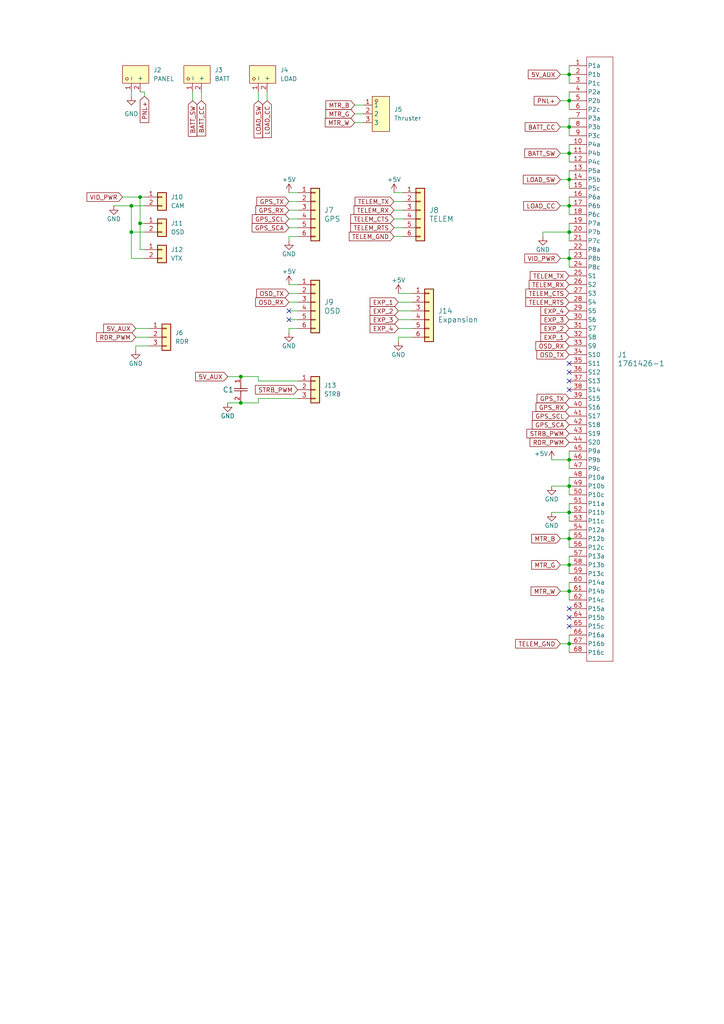
<source format=kicad_sch>
(kicad_sch (version 20231120) (generator "eeschema") (generator_version "8.0")
  (paper "A4" portrait)
  (lib_symbols
    (symbol "16PK4700MEFC12_5X25:16PK4700MEFC12.5X25" (pin_names (offset 0.254))
      (property "Reference" "C" (at 3.81 3.81 0))
      (property "Value" "16PK4700MEFC12.5X25" (at 3.81 -3.81 0))
      (symbol "16PK4700MEFC12.5X25_1_1"
        (polyline (pts (xy 2.54 0) (xy 3.4798 0)) (stroke (width 0.2032)))
        (polyline (pts (xy 3.4798 -1.905) (xy 3.4798 1.905)) (stroke (width 0.2032)))
        (polyline (pts (xy 4.1148 -1.905) (xy 4.1148 1.905)) (stroke (width 0.2032)))
        (polyline (pts (xy 4.1148 0) (xy 5.08 0)) (stroke (width 0.2032)))
        (pin unspecified line (at 0 0 0) (length 2.54) (name "") (number "1"))
        (pin unspecified line (at 7.62 0 180) (length 2.54) (name "") (number "2"))
      )
      (symbol "16PK4700MEFC12.5X25_1_2"
        (polyline (pts (xy -1.905 -4.1148) (xy 1.905 -4.1148)) (stroke (width 0.2032)))
        (polyline (pts (xy -1.905 -3.4798) (xy 1.905 -3.4798)) (stroke (width 0.2032)))
        (polyline (pts (xy 0 -4.1148) (xy 0 -5.08)) (stroke (width 0.2032)))
        (polyline (pts (xy 0 -2.54) (xy 0 -3.4798)) (stroke (width 0.2032)))
        (pin unspecified line (at 0 0 270) (length 2.54) (name "") (number "1"))
        (pin unspecified line (at 0 -7.62 90) (length 2.54) (name "") (number "2"))
      )
    )
    (symbol "1761426_3:1761426-1" (pin_names (offset 0.254))
      (property "Reference" "J" (at 8.89 6.35 0))
      (property "Value" "1761426-1" (at 0 3.81 0))
      (symbol "1761426-1_1_1"
        (polyline (pts (xy 5.08 -172.72) (xy 12.7 -172.72)) (stroke (width 0.127)))
        (polyline (pts (xy 5.08 2.54) (xy 5.08 -172.72)) (stroke (width 0.127)))
        (polyline (pts (xy 12.7 -172.72) (xy 12.7 2.54)) (stroke (width 0.127)))
        (polyline (pts (xy 12.7 2.54) (xy 5.08 2.54)) (stroke (width 0.127)))
        (pin unspecified line (at 0 0 0) (length 5.08) (name "P1a") (number "1"))
        (pin unspecified line (at 0 -22.86 0) (length 5.08) (name "P4a") (number "10"))
        (pin unspecified line (at 0 -25.4 0) (length 5.08) (name "P4b") (number "11"))
        (pin unspecified line (at 0 -27.94 0) (length 5.08) (name "P4c") (number "12"))
        (pin unspecified line (at 0 -30.48 0) (length 5.08) (name "P5a") (number "13"))
        (pin unspecified line (at 0 -33.02 0) (length 5.08) (name "P5b") (number "14"))
        (pin unspecified line (at 0 -35.56 0) (length 5.08) (name "P5c") (number "15"))
        (pin unspecified line (at 0 -38.1 0) (length 5.08) (name "P6a") (number "16"))
        (pin unspecified line (at 0 -40.64 0) (length 5.08) (name "P6b") (number "17"))
        (pin unspecified line (at 0 -43.18 0) (length 5.08) (name "P6c") (number "18"))
        (pin unspecified line (at 0 -45.72 0) (length 5.08) (name "P7a") (number "19"))
        (pin unspecified line (at 0 -2.54 0) (length 5.08) (name "P1b") (number "2"))
        (pin unspecified line (at 0 -48.26 0) (length 5.08) (name "P7b") (number "20"))
        (pin unspecified line (at 0 -50.8 0) (length 5.08) (name "P7c") (number "21"))
        (pin unspecified line (at 0 -53.34 0) (length 5.08) (name "P8a") (number "22"))
        (pin unspecified line (at 0 -55.88 0) (length 5.08) (name "P8b") (number "23"))
        (pin unspecified line (at 0 -58.42 0) (length 5.08) (name "P8c") (number "24"))
        (pin unspecified line (at 0 -60.96 0) (length 5.08) (name "S1") (number "25"))
        (pin unspecified line (at 0 -63.5 0) (length 5.08) (name "S2") (number "26"))
        (pin unspecified line (at 0 -66.04 0) (length 5.08) (name "S3") (number "27"))
        (pin unspecified line (at 0 -68.58 0) (length 5.08) (name "S4") (number "28"))
        (pin unspecified line (at 0 -71.12 0) (length 5.08) (name "S5") (number "29"))
        (pin unspecified line (at 0 -5.08 0) (length 5.08) (name "P1c") (number "3"))
        (pin unspecified line (at 0 -73.66 0) (length 5.08) (name "S6") (number "30"))
        (pin unspecified line (at 0 -76.2 0) (length 5.08) (name "S7") (number "31"))
        (pin unspecified line (at 0 -78.74 0) (length 5.08) (name "S8") (number "32"))
        (pin unspecified line (at 0 -81.28 0) (length 5.08) (name "S9") (number "33"))
        (pin unspecified line (at 0 -83.82 0) (length 5.08) (name "S10") (number "34"))
        (pin unspecified line (at 0 -86.36 0) (length 5.08) (name "S11") (number "35"))
        (pin unspecified line (at 0 -88.9 0) (length 5.08) (name "S12") (number "36"))
        (pin unspecified line (at 0 -91.44 0) (length 5.08) (name "S13") (number "37"))
        (pin unspecified line (at 0 -93.98 0) (length 5.08) (name "S14") (number "38"))
        (pin unspecified line (at 0 -96.52 0) (length 5.08) (name "S15") (number "39"))
        (pin unspecified line (at 0 -7.62 0) (length 5.08) (name "P2a") (number "4"))
        (pin unspecified line (at 0 -99.06 0) (length 5.08) (name "S16") (number "40"))
        (pin unspecified line (at 0 -101.6 0) (length 5.08) (name "S17") (number "41"))
        (pin unspecified line (at 0 -104.14 0) (length 5.08) (name "S18") (number "42"))
        (pin unspecified line (at 0 -106.68 0) (length 5.08) (name "S19") (number "43"))
        (pin unspecified line (at 0 -109.22 0) (length 5.08) (name "S20") (number "44"))
        (pin unspecified line (at 0 -111.76 0) (length 5.08) (name "P9a") (number "45"))
        (pin unspecified line (at 0 -114.3 0) (length 5.08) (name "P9b") (number "46"))
        (pin unspecified line (at 0 -116.84 0) (length 5.08) (name "P9c") (number "47"))
        (pin unspecified line (at 0 -119.38 0) (length 5.08) (name "P10a") (number "48"))
        (pin unspecified line (at 0 -121.92 0) (length 5.08) (name "P10b") (number "49"))
        (pin unspecified line (at 0 -10.16 0) (length 5.08) (name "P2b") (number "5"))
        (pin unspecified line (at 0 -124.46 0) (length 5.08) (name "P10c") (number "50"))
        (pin unspecified line (at 0 -127 0) (length 5.08) (name "P11a") (number "51"))
        (pin unspecified line (at 0 -129.54 0) (length 5.08) (name "P11b") (number "52"))
        (pin unspecified line (at 0 -132.08 0) (length 5.08) (name "P11c") (number "53"))
        (pin unspecified line (at 0 -134.62 0) (length 5.08) (name "P12a") (number "54"))
        (pin unspecified line (at 0 -137.16 0) (length 5.08) (name "P12b") (number "55"))
        (pin unspecified line (at 0 -139.7 0) (length 5.08) (name "P12c") (number "56"))
        (pin unspecified line (at 0 -142.24 0) (length 5.08) (name "P13a") (number "57"))
        (pin unspecified line (at 0 -144.78 0) (length 5.08) (name "P13b") (number "58"))
        (pin unspecified line (at 0 -147.32 0) (length 5.08) (name "P13c") (number "59"))
        (pin unspecified line (at 0 -12.7 0) (length 5.08) (name "P2c") (number "6"))
        (pin unspecified line (at 0 -149.86 0) (length 5.08) (name "P14a") (number "60"))
        (pin unspecified line (at 0 -152.4 0) (length 5.08) (name "P14b") (number "61"))
        (pin unspecified line (at 0 -154.94 0) (length 5.08) (name "P14c") (number "62"))
        (pin unspecified line (at 0 -157.48 0) (length 5.08) (name "P15a") (number "63"))
        (pin unspecified line (at 0 -160.02 0) (length 5.08) (name "P15b") (number "64"))
        (pin unspecified line (at 0 -162.56 0) (length 5.08) (name "P15c") (number "65"))
        (pin unspecified line (at 0 -165.1 0) (length 5.08) (name "P16a") (number "66"))
        (pin unspecified line (at 0 -167.64 0) (length 5.08) (name "P16b") (number "67"))
        (pin unspecified line (at 0 -170.18 0) (length 5.08) (name "P16c") (number "68"))
        (pin unspecified line (at 0 -15.24 0) (length 5.08) (name "P3a") (number "7"))
        (pin unspecified line (at 0 -17.78 0) (length 5.08) (name "P3b") (number "8"))
        (pin unspecified line (at 0 -20.32 0) (length 5.08) (name "P3c") (number "9"))
      )
      (symbol "1761426-1_1_2"
        (polyline (pts (xy 5.08 -96.52) (xy 12.7 -96.52)) (stroke (width 0.127)))
        (polyline (pts (xy 5.08 2.54) (xy 5.08 -96.52)) (stroke (width 0.127)))
        (polyline (pts (xy 7.62 -93.98) (xy 5.08 -93.98)) (stroke (width 0.127)))
        (polyline (pts (xy 7.62 -93.98) (xy 8.89 -94.8267)) (stroke (width 0.127)))
        (polyline (pts (xy 7.62 -93.98) (xy 8.89 -93.1333)) (stroke (width 0.127)))
        (polyline (pts (xy 7.62 -91.44) (xy 5.08 -91.44)) (stroke (width 0.127)))
        (polyline (pts (xy 7.62 -91.44) (xy 8.89 -92.2867)) (stroke (width 0.127)))
        (polyline (pts (xy 7.62 -91.44) (xy 8.89 -90.5933)) (stroke (width 0.127)))
        (polyline (pts (xy 7.62 -88.9) (xy 5.08 -88.9)) (stroke (width 0.127)))
        (polyline (pts (xy 7.62 -88.9) (xy 8.89 -89.7467)) (stroke (width 0.127)))
        (polyline (pts (xy 7.62 -88.9) (xy 8.89 -88.0533)) (stroke (width 0.127)))
        (polyline (pts (xy 7.62 -86.36) (xy 5.08 -86.36)) (stroke (width 0.127)))
        (polyline (pts (xy 7.62 -86.36) (xy 8.89 -87.2067)) (stroke (width 0.127)))
        (polyline (pts (xy 7.62 -86.36) (xy 8.89 -85.5133)) (stroke (width 0.127)))
        (polyline (pts (xy 7.62 -83.82) (xy 5.08 -83.82)) (stroke (width 0.127)))
        (polyline (pts (xy 7.62 -83.82) (xy 8.89 -84.6667)) (stroke (width 0.127)))
        (polyline (pts (xy 7.62 -83.82) (xy 8.89 -82.9733)) (stroke (width 0.127)))
        (polyline (pts (xy 7.62 -81.28) (xy 5.08 -81.28)) (stroke (width 0.127)))
        (polyline (pts (xy 7.62 -81.28) (xy 8.89 -82.1267)) (stroke (width 0.127)))
        (polyline (pts (xy 7.62 -81.28) (xy 8.89 -80.4333)) (stroke (width 0.127)))
        (polyline (pts (xy 7.62 -78.74) (xy 5.08 -78.74)) (stroke (width 0.127)))
        (polyline (pts (xy 7.62 -78.74) (xy 8.89 -79.5867)) (stroke (width 0.127)))
        (polyline (pts (xy 7.62 -78.74) (xy 8.89 -77.8933)) (stroke (width 0.127)))
        (polyline (pts (xy 7.62 -76.2) (xy 5.08 -76.2)) (stroke (width 0.127)))
        (polyline (pts (xy 7.62 -76.2) (xy 8.89 -77.0467)) (stroke (width 0.127)))
        (polyline (pts (xy 7.62 -76.2) (xy 8.89 -75.3533)) (stroke (width 0.127)))
        (polyline (pts (xy 7.62 -73.66) (xy 5.08 -73.66)) (stroke (width 0.127)))
        (polyline (pts (xy 7.62 -73.66) (xy 8.89 -74.5067)) (stroke (width 0.127)))
        (polyline (pts (xy 7.62 -73.66) (xy 8.89 -72.8133)) (stroke (width 0.127)))
        (polyline (pts (xy 7.62 -71.12) (xy 5.08 -71.12)) (stroke (width 0.127)))
        (polyline (pts (xy 7.62 -71.12) (xy 8.89 -71.9667)) (stroke (width 0.127)))
        (polyline (pts (xy 7.62 -71.12) (xy 8.89 -70.2733)) (stroke (width 0.127)))
        (polyline (pts (xy 7.62 -68.58) (xy 5.08 -68.58)) (stroke (width 0.127)))
        (polyline (pts (xy 7.62 -68.58) (xy 8.89 -69.4267)) (stroke (width 0.127)))
        (polyline (pts (xy 7.62 -68.58) (xy 8.89 -67.7333)) (stroke (width 0.127)))
        (polyline (pts (xy 7.62 -66.04) (xy 5.08 -66.04)) (stroke (width 0.127)))
        (polyline (pts (xy 7.62 -66.04) (xy 8.89 -66.8867)) (stroke (width 0.127)))
        (polyline (pts (xy 7.62 -66.04) (xy 8.89 -65.1933)) (stroke (width 0.127)))
        (polyline (pts (xy 7.62 -63.5) (xy 5.08 -63.5)) (stroke (width 0.127)))
        (polyline (pts (xy 7.62 -63.5) (xy 8.89 -64.3467)) (stroke (width 0.127)))
        (polyline (pts (xy 7.62 -63.5) (xy 8.89 -62.6533)) (stroke (width 0.127)))
        (polyline (pts (xy 7.62 -60.96) (xy 5.08 -60.96)) (stroke (width 0.127)))
        (polyline (pts (xy 7.62 -60.96) (xy 8.89 -61.8067)) (stroke (width 0.127)))
        (polyline (pts (xy 7.62 -60.96) (xy 8.89 -60.1133)) (stroke (width 0.127)))
        (polyline (pts (xy 7.62 -58.42) (xy 5.08 -58.42)) (stroke (width 0.127)))
        (polyline (pts (xy 7.62 -58.42) (xy 8.89 -59.2667)) (stroke (width 0.127)))
        (polyline (pts (xy 7.62 -58.42) (xy 8.89 -57.5733)) (stroke (width 0.127)))
        (polyline (pts (xy 7.62 -55.88) (xy 5.08 -55.88)) (stroke (width 0.127)))
        (polyline (pts (xy 7.62 -55.88) (xy 8.89 -56.7267)) (stroke (width 0.127)))
        (polyline (pts (xy 7.62 -55.88) (xy 8.89 -55.0333)) (stroke (width 0.127)))
        (polyline (pts (xy 7.62 -53.34) (xy 5.08 -53.34)) (stroke (width 0.127)))
        (polyline (pts (xy 7.62 -53.34) (xy 8.89 -54.1867)) (stroke (width 0.127)))
        (polyline (pts (xy 7.62 -53.34) (xy 8.89 -52.4933)) (stroke (width 0.127)))
        (polyline (pts (xy 7.62 -50.8) (xy 5.08 -50.8)) (stroke (width 0.127)))
        (polyline (pts (xy 7.62 -50.8) (xy 8.89 -51.6467)) (stroke (width 0.127)))
        (polyline (pts (xy 7.62 -50.8) (xy 8.89 -49.9533)) (stroke (width 0.127)))
        (polyline (pts (xy 7.62 -48.26) (xy 5.08 -48.26)) (stroke (width 0.127)))
        (polyline (pts (xy 7.62 -48.26) (xy 8.89 -49.1067)) (stroke (width 0.127)))
        (polyline (pts (xy 7.62 -48.26) (xy 8.89 -47.4133)) (stroke (width 0.127)))
        (polyline (pts (xy 7.62 -45.72) (xy 5.08 -45.72)) (stroke (width 0.127)))
        (polyline (pts (xy 7.62 -45.72) (xy 8.89 -46.5667)) (stroke (width 0.127)))
        (polyline (pts (xy 7.62 -45.72) (xy 8.89 -44.8733)) (stroke (width 0.127)))
        (polyline (pts (xy 7.62 -43.18) (xy 5.08 -43.18)) (stroke (width 0.127)))
        (polyline (pts (xy 7.62 -43.18) (xy 8.89 -44.0267)) (stroke (width 0.127)))
        (polyline (pts (xy 7.62 -43.18) (xy 8.89 -42.3333)) (stroke (width 0.127)))
        (polyline (pts (xy 7.62 -40.64) (xy 5.08 -40.64)) (stroke (width 0.127)))
        (polyline (pts (xy 7.62 -40.64) (xy 8.89 -41.4867)) (stroke (width 0.127)))
        (polyline (pts (xy 7.62 -40.64) (xy 8.89 -39.7933)) (stroke (width 0.127)))
        (polyline (pts (xy 7.62 -38.1) (xy 5.08 -38.1)) (stroke (width 0.127)))
        (polyline (pts (xy 7.62 -38.1) (xy 8.89 -38.9467)) (stroke (width 0.127)))
        (polyline (pts (xy 7.62 -38.1) (xy 8.89 -37.2533)) (stroke (width 0.127)))
        (polyline (pts (xy 7.62 -35.56) (xy 5.08 -35.56)) (stroke (width 0.127)))
        (polyline (pts (xy 7.62 -35.56) (xy 8.89 -36.4067)) (stroke (width 0.127)))
        (polyline (pts (xy 7.62 -35.56) (xy 8.89 -34.7133)) (stroke (width 0.127)))
        (polyline (pts (xy 7.62 -33.02) (xy 5.08 -33.02)) (stroke (width 0.127)))
        (polyline (pts (xy 7.62 -33.02) (xy 8.89 -33.8667)) (stroke (width 0.127)))
        (polyline (pts (xy 7.62 -33.02) (xy 8.89 -32.1733)) (stroke (width 0.127)))
        (polyline (pts (xy 7.62 -30.48) (xy 5.08 -30.48)) (stroke (width 0.127)))
        (polyline (pts (xy 7.62 -30.48) (xy 8.89 -31.3267)) (stroke (width 0.127)))
        (polyline (pts (xy 7.62 -30.48) (xy 8.89 -29.6333)) (stroke (width 0.127)))
        (polyline (pts (xy 7.62 -27.94) (xy 5.08 -27.94)) (stroke (width 0.127)))
        (polyline (pts (xy 7.62 -27.94) (xy 8.89 -28.7867)) (stroke (width 0.127)))
        (polyline (pts (xy 7.62 -27.94) (xy 8.89 -27.0933)) (stroke (width 0.127)))
        (polyline (pts (xy 7.62 -25.4) (xy 5.08 -25.4)) (stroke (width 0.127)))
        (polyline (pts (xy 7.62 -25.4) (xy 8.89 -26.2467)) (stroke (width 0.127)))
        (polyline (pts (xy 7.62 -25.4) (xy 8.89 -24.5533)) (stroke (width 0.127)))
        (polyline (pts (xy 7.62 -22.86) (xy 5.08 -22.86)) (stroke (width 0.127)))
        (polyline (pts (xy 7.62 -22.86) (xy 8.89 -23.7067)) (stroke (width 0.127)))
        (polyline (pts (xy 7.62 -22.86) (xy 8.89 -22.0133)) (stroke (width 0.127)))
        (polyline (pts (xy 7.62 -20.32) (xy 5.08 -20.32)) (stroke (width 0.127)))
        (polyline (pts (xy 7.62 -20.32) (xy 8.89 -21.1667)) (stroke (width 0.127)))
        (polyline (pts (xy 7.62 -20.32) (xy 8.89 -19.4733)) (stroke (width 0.127)))
        (polyline (pts (xy 7.62 -17.78) (xy 5.08 -17.78)) (stroke (width 0.127)))
        (polyline (pts (xy 7.62 -17.78) (xy 8.89 -18.6267)) (stroke (width 0.127)))
        (polyline (pts (xy 7.62 -17.78) (xy 8.89 -16.9333)) (stroke (width 0.127)))
        (polyline (pts (xy 7.62 -15.24) (xy 5.08 -15.24)) (stroke (width 0.127)))
        (polyline (pts (xy 7.62 -15.24) (xy 8.89 -16.0867)) (stroke (width 0.127)))
        (polyline (pts (xy 7.62 -15.24) (xy 8.89 -14.3933)) (stroke (width 0.127)))
        (polyline (pts (xy 7.62 -12.7) (xy 5.08 -12.7)) (stroke (width 0.127)))
        (polyline (pts (xy 7.62 -12.7) (xy 8.89 -13.5467)) (stroke (width 0.127)))
        (polyline (pts (xy 7.62 -12.7) (xy 8.89 -11.8533)) (stroke (width 0.127)))
        (polyline (pts (xy 7.62 -10.16) (xy 5.08 -10.16)) (stroke (width 0.127)))
        (polyline (pts (xy 7.62 -10.16) (xy 8.89 -11.0067)) (stroke (width 0.127)))
        (polyline (pts (xy 7.62 -10.16) (xy 8.89 -9.3133)) (stroke (width 0.127)))
        (polyline (pts (xy 7.62 -7.62) (xy 5.08 -7.62)) (stroke (width 0.127)))
        (polyline (pts (xy 7.62 -7.62) (xy 8.89 -8.4667)) (stroke (width 0.127)))
        (polyline (pts (xy 7.62 -7.62) (xy 8.89 -6.7733)) (stroke (width 0.127)))
        (polyline (pts (xy 7.62 -5.08) (xy 5.08 -5.08)) (stroke (width 0.127)))
        (polyline (pts (xy 7.62 -5.08) (xy 8.89 -5.9267)) (stroke (width 0.127)))
        (polyline (pts (xy 7.62 -5.08) (xy 8.89 -4.2333)) (stroke (width 0.127)))
        (polyline (pts (xy 7.62 -2.54) (xy 5.08 -2.54)) (stroke (width 0.127)))
        (polyline (pts (xy 7.62 -2.54) (xy 8.89 -3.3867)) (stroke (width 0.127)))
        (polyline (pts (xy 7.62 -2.54) (xy 8.89 -1.6933)) (stroke (width 0.127)))
        (polyline (pts (xy 7.62 0) (xy 5.08 0)) (stroke (width 0.127)))
        (polyline (pts (xy 7.62 0) (xy 8.89 -0.8467)) (stroke (width 0.127)))
        (polyline (pts (xy 7.62 0) (xy 8.89 0.8467)) (stroke (width 0.127)))
        (polyline (pts (xy 12.7 -96.52) (xy 12.7 2.54)) (stroke (width 0.127)))
        (polyline (pts (xy 12.7 2.54) (xy 5.08 2.54)) (stroke (width 0.127)))
        (pin unspecified line (at 0 0 0) (length 5.08) (name "P1") (number "1"))
        (pin unspecified line (at 0 -22.86 0) (length 5.08) (name "S1") (number "10"))
        (pin unspecified line (at 0 -25.4 0) (length 5.08) (name "S2") (number "11"))
        (pin unspecified line (at 0 -27.94 0) (length 5.08) (name "S3") (number "12"))
        (pin unspecified line (at 0 -30.48 0) (length 5.08) (name "S4") (number "13"))
        (pin unspecified line (at 0 -33.02 0) (length 5.08) (name "S5") (number "14"))
        (pin unspecified line (at 0 -35.56 0) (length 5.08) (name "S6") (number "15"))
        (pin unspecified line (at 0 -38.1 0) (length 5.08) (name "S7") (number "16"))
        (pin unspecified line (at 0 -40.64 0) (length 5.08) (name "S8") (number "17"))
        (pin unspecified line (at 0 -43.18 0) (length 5.08) (name "S9") (number "18"))
        (pin unspecified line (at 0 -45.72 0) (length 5.08) (name "S10") (number "19"))
        (pin unspecified line (at 0 -2.54 0) (length 5.08) (name "2") (number "2"))
        (pin unspecified line (at 0 -48.26 0) (length 5.08) (name "Pr") (number "20"))
        (pin unspecified line (at 0 -50.8 0) (length 5.08) (name "21") (number "21"))
        (pin unspecified line (at 0 -53.34 0) (length 5.08) (name "22") (number "22"))
        (pin unspecified line (at 0 -55.88 0) (length 5.08) (name "23") (number "23"))
        (pin unspecified line (at 0 -58.42 0) (length 5.08) (name "24") (number "24"))
        (pin unspecified line (at 0 -60.96 0) (length 5.08) (name "25") (number "25"))
        (pin unspecified line (at 0 -63.5 0) (length 5.08) (name "26") (number "26"))
        (pin unspecified line (at 0 -66.04 0) (length 5.08) (name "27") (number "27"))
        (pin unspecified line (at 0 -68.58 0) (length 5.08) (name "PR") (number "28"))
        (pin unspecified line (at 0 -71.12 0) (length 5.08) (name "S20") (number "29"))
        (pin unspecified line (at 0 -5.08 0) (length 5.08) (name "3") (number "3"))
        (pin unspecified line (at 0 -73.66 0) (length 5.08) (name "S19") (number "30"))
        (pin unspecified line (at 0 -76.2 0) (length 5.08) (name "S18") (number "31"))
        (pin unspecified line (at 0 -78.74 0) (length 5.08) (name "S17") (number "32"))
        (pin unspecified line (at 0 -81.28 0) (length 5.08) (name "S16") (number "33"))
        (pin unspecified line (at 0 -83.82 0) (length 5.08) (name "S15") (number "34"))
        (pin unspecified line (at 0 -86.36 0) (length 5.08) (name "S14") (number "35"))
        (pin unspecified line (at 0 -88.9 0) (length 5.08) (name "S13") (number "36"))
        (pin unspecified line (at 0 -91.44 0) (length 5.08) (name "S12") (number "37"))
        (pin unspecified line (at 0 -93.98 0) (length 5.08) (name "S11") (number "38"))
        (pin unspecified line (at 0 -7.62 0) (length 5.08) (name "4") (number "4"))
        (pin unspecified line (at 0 -10.16 0) (length 5.08) (name "5") (number "5"))
        (pin unspecified line (at 0 -12.7 0) (length 5.08) (name "6") (number "6"))
        (pin unspecified line (at 0 -15.24 0) (length 5.08) (name "7") (number "7"))
        (pin unspecified line (at 0 -17.78 0) (length 5.08) (name "8") (number "8"))
        (pin unspecified line (at 0 -20.32 0) (length 5.08) (name "PP") (number "9"))
      )
    )
    (symbol "Connector_Generic:Conn_01x02" (pin_names (offset 1.016) hide)
      (property "Reference" "J" (at 0 2.54 0))
      (property "Value" "Conn_01x02" (at 0 -5.08 0))
      (symbol "Conn_01x02_1_1"
        (rectangle (start -1.27 -2.413) (end 0 -2.667) (stroke (width 0.1524)))
        (rectangle (start -1.27 0.127) (end 0 -0.127) (stroke (width 0.1524)))
        (rectangle (start -1.27 1.27) (end 1.27 -3.81) (stroke (width 0.254)) (fill (type background)))
        (pin passive line (at -5.08 0 0) (length 3.81) (name "Pin_1") (number "1"))
        (pin passive line (at -5.08 -2.54 0) (length 3.81) (name "Pin_2") (number "2"))
      )
    )
    (symbol "Connector_Generic:Conn_01x03" (pin_names (offset 1.016) hide)
      (property "Reference" "J" (at 0 5.08 0))
      (property "Value" "Conn_01x03" (at 0 -5.08 0))
      (symbol "Conn_01x03_1_1"
        (rectangle (start -1.27 -2.413) (end 0 -2.667) (stroke (width 0.1524)))
        (rectangle (start -1.27 0.127) (end 0 -0.127) (stroke (width 0.1524)))
        (rectangle (start -1.27 2.667) (end 0 2.413) (stroke (width 0.1524)))
        (rectangle (start -1.27 3.81) (end 1.27 -3.81) (stroke (width 0.254)) (fill (type background)))
        (pin passive line (at -5.08 2.54 0) (length 3.81) (name "Pin_1") (number "1"))
        (pin passive line (at -5.08 0 0) (length 3.81) (name "Pin_2") (number "2"))
        (pin passive line (at -5.08 -2.54 0) (length 3.81) (name "Pin_3") (number "3"))
      )
    )
    (symbol "Connector_Generic:Conn_01x06" (pin_names (offset 1.016) hide)
      (property "Reference" "J" (at 0 7.62 0))
      (property "Value" "Conn_01x06" (at 0 -10.16 0))
      (symbol "Conn_01x06_1_1"
        (rectangle (start -1.27 -7.493) (end 0 -7.747) (stroke (width 0.1524)))
        (rectangle (start -1.27 -4.953) (end 0 -5.207) (stroke (width 0.1524)))
        (rectangle (start -1.27 -2.413) (end 0 -2.667) (stroke (width 0.1524)))
        (rectangle (start -1.27 0.127) (end 0 -0.127) (stroke (width 0.1524)))
        (rectangle (start -1.27 2.667) (end 0 2.413) (stroke (width 0.1524)))
        (rectangle (start -1.27 5.207) (end 0 4.953) (stroke (width 0.1524)))
        (rectangle (start -1.27 6.35) (end 1.27 -8.89) (stroke (width 0.254)) (fill (type background)))
        (pin passive line (at -5.08 5.08 0) (length 3.81) (name "Pin_1") (number "1"))
        (pin passive line (at -5.08 2.54 0) (length 3.81) (name "Pin_2") (number "2"))
        (pin passive line (at -5.08 0 0) (length 3.81) (name "Pin_3") (number "3"))
        (pin passive line (at -5.08 -2.54 0) (length 3.81) (name "Pin_4") (number "4"))
        (pin passive line (at -5.08 -5.08 0) (length 3.81) (name "Pin_5") (number "5"))
        (pin passive line (at -5.08 -7.62 0) (length 3.81) (name "Pin_6") (number "6"))
      )
    )
    (symbol "easyeda2kicad:MR30-M"
      (property "Reference" "J" (at 0 7.62 0))
      (property "Value" "MR30-M" (at 0 -7.62 0))
      (symbol "MR30-M_0_1"
        (rectangle (start -2.54 5.08) (end 2.54 -5.08) (fill (type background)))
        (circle (center -1.27 3.81) (radius 0.38))
        (pin unspecified line (at -5.08 2.54 0) (length 2.54) (name "1") (number "1"))
        (pin unspecified line (at -5.08 0 0) (length 2.54) (name "2") (number "2"))
        (pin unspecified line (at -5.08 -2.54 0) (length 2.54) (name "3") (number "3"))
      )
    )
    (symbol "easyeda2kicad:XT60"
      (property "Reference" "J" (at 0 6.35 0))
      (property "Value" "XT60" (at 0 -6.35 0))
      (symbol "XT60_0_1"
        (rectangle (start -2.54 3.81) (end 2.54 -3.81) (fill (type background)))
        (circle (center -1.27 2.54) (radius 0.38))
        (pin unspecified line (at -5.08 1.27 0) (length 2.54) (name "-") (number "1"))
        (pin unspecified line (at -5.08 -1.27 0) (length 2.54) (name "+") (number "2"))
      )
    )
    (symbol "power:+5V" (power) (pin_names (offset 0))
      (property "Value" "+5V" (at 0 3.556 0))
      (symbol "+5V_0_1"
        (polyline (pts (xy -0.762 1.27) (xy 0 2.54)))
        (polyline (pts (xy 0 0) (xy 0 2.54)))
        (polyline (pts (xy 0 2.54) (xy 0.762 1.27)))
      )
      (symbol "+5V_1_1"
        (pin power_in line (at 0 0 90) (length 0) hide (name "+5V") (number "1"))
      )
    )
    (symbol "power:GND" (power) (pin_names (offset 0))
      (property "Value" "GND" (at 0 -3.81 0))
      (symbol "GND_0_1"
        (polyline (pts (xy 0 0) (xy 0 -1.27) (xy 1.27 -1.27) (xy 0 -2.54) (xy -1.27 -1.27) (xy 0 -1.27)))
      )
      (symbol "GND_1_1"
        (pin power_in line (at 0 0 270) (length 0) hide (name "GND") (number "1"))
      )
    )
  )
  (junction (at 165.1 133.35))
  (junction (at 165.1 36.83))
  (junction (at 38.1 67.31))
  (junction (at 165.1 67.31))
  (junction (at 40.64 57.15))
  (junction (at 40.64 64.77))
  (junction (at 165.1 52.07))
  (junction (at 165.1 44.45))
  (junction (at 165.1 59.69))
  (junction (at 165.1 29.21))
  (junction (at 165.1 140.97))
  (junction (at 165.1 148.59))
  (junction (at 69.85 116.84))
  (junction (at 38.1 59.69))
  (junction (at 165.1 74.93))
  (junction (at 165.1 156.21))
  (junction (at 165.1 21.59))
  (junction (at 69.85 109.22))
  (junction (at 165.1 186.69))
  (junction (at 165.1 163.83))
  (junction (at 165.1 171.45))
  (no_connect (at 165.1 110.49))
  (no_connect (at 83.82 90.17))
  (no_connect (at 165.1 179.07))
  (no_connect (at 165.1 181.61))
  (no_connect (at 83.82 92.71))
  (no_connect (at 165.1 113.03))
  (no_connect (at 165.1 107.95))
  (no_connect (at 165.1 176.53))
  (no_connect (at 165.1 105.41))
  (wire (pts (xy 160.02 140.97) (xy 165.1 140.97)))
  (wire (pts (xy 83.82 60.96) (xy 86.36 60.96)))
  (wire (pts (xy 105.41 35.56) (xy 102.87 35.56)))
  (wire (pts (xy 165.1 171.45) (xy 165.1 173.99)))
  (wire (pts (xy 165.1 161.29) (xy 165.1 163.83)))
  (wire (pts (xy 165.1 19.05) (xy 165.1 21.59)))
  (wire (pts (xy 165.1 64.77) (xy 165.1 67.31)))
  (wire (pts (xy 83.82 90.17) (xy 86.36 90.17)))
  (wire (pts (xy 83.82 68.58) (xy 83.82 69.85)))
  (wire (pts (xy 157.48 67.31) (xy 165.1 67.31)))
  (wire (pts (xy 83.82 66.04) (xy 86.36 66.04)))
  (wire (pts (xy 115.57 87.63) (xy 119.38 87.63)))
  (wire (pts (xy 162.56 59.69) (xy 165.1 59.69)))
  (wire (pts (xy 160.02 148.59) (xy 165.1 148.59)))
  (wire (pts (xy 114.3 66.04) (xy 116.84 66.04)))
  (wire (pts (xy 160.02 133.35) (xy 165.1 133.35)))
  (wire (pts (xy 83.82 82.55) (xy 86.36 82.55)))
  (wire (pts (xy 114.3 55.88) (xy 116.84 55.88)))
  (wire (pts (xy 165.1 21.59) (xy 165.1 24.13)))
  (wire (pts (xy 165.1 186.69) (xy 165.1 189.23)))
  (wire (pts (xy 165.1 26.67) (xy 165.1 29.21)))
  (wire (pts (xy 165.1 140.97) (xy 165.1 143.51)))
  (wire (pts (xy 165.1 130.81) (xy 165.1 133.35)))
  (wire (pts (xy 86.36 95.25) (xy 83.82 95.25)))
  (wire (pts (xy 165.1 72.39) (xy 165.1 74.93)))
  (wire (pts (xy 165.1 49.53) (xy 165.1 52.07)))
  (wire (pts (xy 41.91 26.67) (xy 40.64 26.67)))
  (wire (pts (xy 119.38 97.79) (xy 115.57 97.79)))
  (wire (pts (xy 83.82 95.25) (xy 83.82 96.52)))
  (wire (pts (xy 157.48 68.58) (xy 157.48 67.31)))
  (wire (pts (xy 162.56 21.59) (xy 165.1 21.59)))
  (wire (pts (xy 114.3 60.96) (xy 116.84 60.96)))
  (wire (pts (xy 38.1 59.69) (xy 41.91 59.69)))
  (wire (pts (xy 162.56 74.93) (xy 165.1 74.93)))
  (wire (pts (xy 86.36 68.58) (xy 83.82 68.58)))
  (wire (pts (xy 40.64 72.39) (xy 40.64 64.77)))
  (wire (pts (xy 33.02 59.69) (xy 38.1 59.69)))
  (wire (pts (xy 165.1 163.83) (xy 165.1 166.37)))
  (wire (pts (xy 115.57 95.25) (xy 119.38 95.25)))
  (wire (pts (xy 41.91 72.39) (xy 40.64 72.39)))
  (wire (pts (xy 162.56 156.21) (xy 165.1 156.21)))
  (wire (pts (xy 83.82 87.63) (xy 86.36 87.63)))
  (wire (pts (xy 77.47 26.67) (xy 77.47 29.21)))
  (wire (pts (xy 83.82 55.88) (xy 86.36 55.88)))
  (wire (pts (xy 115.57 92.71) (xy 119.38 92.71)))
  (wire (pts (xy 165.1 184.15) (xy 165.1 186.69)))
  (wire (pts (xy 165.1 146.05) (xy 165.1 148.59)))
  (wire (pts (xy 35.56 57.15) (xy 40.64 57.15)))
  (wire (pts (xy 38.1 67.31) (xy 41.91 67.31)))
  (wire (pts (xy 165.1 44.45) (xy 165.1 46.99)))
  (wire (pts (xy 116.84 68.58) (xy 114.3 68.58)))
  (wire (pts (xy 165.1 153.67) (xy 165.1 156.21)))
  (wire (pts (xy 41.91 74.93) (xy 38.1 74.93)))
  (wire (pts (xy 165.1 41.91) (xy 165.1 44.45)))
  (wire (pts (xy 39.37 95.25) (xy 43.18 95.25)))
  (wire (pts (xy 162.56 44.45) (xy 165.1 44.45)))
  (wire (pts (xy 38.1 26.67) (xy 38.1 27.94)))
  (wire (pts (xy 38.1 74.93) (xy 38.1 67.31)))
  (wire (pts (xy 162.56 52.07) (xy 165.1 52.07)))
  (wire (pts (xy 105.41 30.48) (xy 102.87 30.48)))
  (wire (pts (xy 162.56 29.21) (xy 165.1 29.21)))
  (wire (pts (xy 165.1 133.35) (xy 165.1 135.89)))
  (wire (pts (xy 165.1 67.31) (xy 165.1 69.85)))
  (wire (pts (xy 39.37 100.33) (xy 39.37 101.6)))
  (wire (pts (xy 74.93 115.57) (xy 86.36 115.57)))
  (wire (pts (xy 74.93 110.49) (xy 86.36 110.49)))
  (wire (pts (xy 162.56 163.83) (xy 165.1 163.83)))
  (wire (pts (xy 165.1 156.21) (xy 165.1 158.75)))
  (wire (pts (xy 165.1 148.59) (xy 165.1 151.13)))
  (wire (pts (xy 162.56 186.69) (xy 165.1 186.69)))
  (wire (pts (xy 41.91 64.77) (xy 40.64 64.77)))
  (wire (pts (xy 69.85 109.22) (xy 74.93 109.22)))
  (wire (pts (xy 165.1 34.29) (xy 165.1 36.83)))
  (wire (pts (xy 162.56 36.83) (xy 165.1 36.83)))
  (wire (pts (xy 41.91 27.94) (xy 41.91 26.67)))
  (wire (pts (xy 165.1 138.43) (xy 165.1 140.97)))
  (wire (pts (xy 102.87 33.02) (xy 105.41 33.02)))
  (wire (pts (xy 39.37 97.79) (xy 43.18 97.79)))
  (wire (pts (xy 83.82 85.09) (xy 86.36 85.09)))
  (wire (pts (xy 165.1 29.21) (xy 165.1 31.75)))
  (wire (pts (xy 165.1 59.69) (xy 165.1 62.23)))
  (wire (pts (xy 114.3 58.42) (xy 116.84 58.42)))
  (wire (pts (xy 55.88 26.67) (xy 55.88 29.21)))
  (wire (pts (xy 83.82 58.42) (xy 86.36 58.42)))
  (wire (pts (xy 74.93 109.22) (xy 74.93 110.49)))
  (wire (pts (xy 40.64 64.77) (xy 40.64 57.15)))
  (wire (pts (xy 38.1 67.31) (xy 38.1 59.69)))
  (wire (pts (xy 165.1 52.07) (xy 165.1 54.61)))
  (wire (pts (xy 114.3 63.5) (xy 116.84 63.5)))
  (wire (pts (xy 40.64 57.15) (xy 41.91 57.15)))
  (wire (pts (xy 66.04 109.22) (xy 69.85 109.22)))
  (wire (pts (xy 115.57 90.17) (xy 119.38 90.17)))
  (wire (pts (xy 115.57 85.09) (xy 119.38 85.09)))
  (wire (pts (xy 162.56 171.45) (xy 165.1 171.45)))
  (wire (pts (xy 74.93 116.84) (xy 74.93 115.57)))
  (wire (pts (xy 83.82 92.71) (xy 86.36 92.71)))
  (wire (pts (xy 58.42 26.67) (xy 58.42 29.21)))
  (wire (pts (xy 165.1 74.93) (xy 165.1 77.47)))
  (wire (pts (xy 74.93 26.67) (xy 74.93 29.21)))
  (wire (pts (xy 66.04 116.84) (xy 69.85 116.84)))
  (wire (pts (xy 115.57 97.79) (xy 115.57 99.06)))
  (wire (pts (xy 165.1 168.91) (xy 165.1 171.45)))
  (wire (pts (xy 43.18 100.33) (xy 39.37 100.33)))
  (wire (pts (xy 165.1 57.15) (xy 165.1 59.69)))
  (wire (pts (xy 165.1 36.83) (xy 165.1 39.37)))
  (wire (pts (xy 83.82 63.5) (xy 86.36 63.5)))
  (wire (pts (xy 69.85 116.84) (xy 74.93 116.84)))
  (global_label "LOAD_CC" (shape input) (at 77.47 29.21 270) (property "Intersheetrefs" "${INTERSHEET_REFS}" (effects (hide yes))))
  (global_label "MTR_W" (shape input) (at 102.87 35.56 180) (property "Intersheetrefs" "${INTERSHEET_REFS}" (effects (hide yes))))
  (global_label "GPS_SCA" (shape input) (at 83.82 66.04 180) (property "Intersheetrefs" "${INTERSHEET_REFS}" (effects (hide yes))))
  (global_label "EXP_2" (shape input) (at 165.1 95.25 180) (property "Intersheetrefs" "${INTERSHEET_REFS}" (effects (hide yes))))
  (global_label "TELEM_TX" (shape input) (at 114.3 58.42 180) (property "Intersheetrefs" "${INTERSHEET_REFS}" (effects (hide yes))))
  (global_label "TELEM_RX" (shape input) (at 165.1 82.55 180) (property "Intersheetrefs" "${INTERSHEET_REFS}" (effects (hide yes))))
  (global_label "GPS_RX" (shape input) (at 83.82 60.96 180) (property "Intersheetrefs" "${INTERSHEET_REFS}" (effects (hide yes))))
  (global_label "OSD_TX" (shape input) (at 83.82 85.09 180) (property "Intersheetrefs" "${INTERSHEET_REFS}" (effects (hide yes))))
  (global_label "RDR_PWM" (shape input) (at 165.1 128.27 180) (property "Intersheetrefs" "${INTERSHEET_REFS}" (effects (hide yes))))
  (global_label "TELEM_GND" (shape input) (at 114.3 68.58 180) (property "Intersheetrefs" "${INTERSHEET_REFS}" (effects (hide yes))))
  (global_label "RDR_PWM" (shape input) (at 39.37 97.79 180) (property "Intersheetrefs" "${INTERSHEET_REFS}" (effects (hide yes))))
  (global_label "GPS_SCL" (shape input) (at 165.1 120.65 180) (property "Intersheetrefs" "${INTERSHEET_REFS}" (effects (hide yes))))
  (global_label "GPS_TX" (shape input) (at 165.1 115.57 180) (property "Intersheetrefs" "${INTERSHEET_REFS}" (effects (hide yes))))
  (global_label "BATT_SW" (shape input) (at 162.56 44.45 180) (property "Intersheetrefs" "${INTERSHEET_REFS}" (effects (hide yes))))
  (global_label "EXP_1" (shape input) (at 165.1 97.79 180) (property "Intersheetrefs" "${INTERSHEET_REFS}" (effects (hide yes))))
  (global_label "TELEM_CTS" (shape input) (at 165.1 85.09 180) (property "Intersheetrefs" "${INTERSHEET_REFS}" (effects (hide yes))))
  (global_label "PNL+" (shape input) (at 162.56 29.21 180) (property "Intersheetrefs" "${INTERSHEET_REFS}" (effects (hide yes))))
  (global_label "GPS_TX" (shape input) (at 83.82 58.42 180) (property "Intersheetrefs" "${INTERSHEET_REFS}" (effects (hide yes))))
  (global_label "EXP_3" (shape input) (at 165.1 92.71 180) (property "Intersheetrefs" "${INTERSHEET_REFS}" (effects (hide yes))))
  (global_label "BATT_CC" (shape input) (at 58.42 29.21 270) (property "Intersheetrefs" "${INTERSHEET_REFS}" (effects (hide yes))))
  (global_label "GPS_SCL" (shape input) (at 83.82 63.5 180) (property "Intersheetrefs" "${INTERSHEET_REFS}" (effects (hide yes))))
  (global_label "LOAD_CC" (shape input) (at 162.56 59.69 180) (property "Intersheetrefs" "${INTERSHEET_REFS}" (effects (hide yes))))
  (global_label "GPS_RX" (shape input) (at 165.1 118.11 180) (property "Intersheetrefs" "${INTERSHEET_REFS}" (effects (hide yes))))
  (global_label "LOAD_SW" (shape input) (at 162.56 52.07 180) (property "Intersheetrefs" "${INTERSHEET_REFS}" (effects (hide yes))))
  (global_label "STRB_PWM" (shape input) (at 86.36 113.03 180) (property "Intersheetrefs" "${INTERSHEET_REFS}" (effects (hide yes))))
  (global_label "EXP_4" (shape input) (at 115.57 95.25 180) (property "Intersheetrefs" "${INTERSHEET_REFS}" (effects (hide yes))))
  (global_label "TELEM_GND" (shape input) (at 162.56 186.69 180) (property "Intersheetrefs" "${INTERSHEET_REFS}" (effects (hide yes))))
  (global_label "MTR_B" (shape input) (at 162.56 156.21 180) (property "Intersheetrefs" "${INTERSHEET_REFS}" (effects (hide yes))))
  (global_label "BATT_SW" (shape input) (at 55.88 29.21 270) (property "Intersheetrefs" "${INTERSHEET_REFS}" (effects (hide yes))))
  (global_label "MTR_B" (shape input) (at 102.87 30.48 180) (property "Intersheetrefs" "${INTERSHEET_REFS}" (effects (hide yes))))
  (global_label "TELEM_CTS" (shape input) (at 114.3 63.5 180) (property "Intersheetrefs" "${INTERSHEET_REFS}" (effects (hide yes))))
  (global_label "EXP_1" (shape input) (at 115.57 87.63 180) (property "Intersheetrefs" "${INTERSHEET_REFS}" (effects (hide yes))))
  (global_label "OSD_RX" (shape input) (at 83.82 87.63 180) (property "Intersheetrefs" "${INTERSHEET_REFS}" (effects (hide yes))))
  (global_label "MTR_W" (shape input) (at 162.56 171.45 180) (property "Intersheetrefs" "${INTERSHEET_REFS}" (effects (hide yes))))
  (global_label "TELEM_TX" (shape input) (at 165.1 80.01 180) (property "Intersheetrefs" "${INTERSHEET_REFS}" (effects (hide yes))))
  (global_label "5V_AUX" (shape input) (at 39.37 95.25 180) (property "Intersheetrefs" "${INTERSHEET_REFS}" (effects (hide yes))))
  (global_label "PNL+" (shape input) (at 41.91 27.94 270) (property "Intersheetrefs" "${INTERSHEET_REFS}" (effects (hide yes))))
  (global_label "EXP_2" (shape input) (at 115.57 90.17 180) (property "Intersheetrefs" "${INTERSHEET_REFS}" (effects (hide yes))))
  (global_label "TELEM_RTS" (shape input) (at 114.3 66.04 180) (property "Intersheetrefs" "${INTERSHEET_REFS}" (effects (hide yes))))
  (global_label "OSD_TX" (shape input) (at 165.1 102.87 180) (property "Intersheetrefs" "${INTERSHEET_REFS}" (effects (hide yes))))
  (global_label "VID_PWR" (shape input) (at 35.56 57.15 180) (property "Intersheetrefs" "${INTERSHEET_REFS}" (effects (hide yes))))
  (global_label "EXP_4" (shape input) (at 165.1 90.17 180) (property "Intersheetrefs" "${INTERSHEET_REFS}" (effects (hide yes))))
  (global_label "LOAD_SW" (shape input) (at 74.93 29.21 270) (property "Intersheetrefs" "${INTERSHEET_REFS}" (effects (hide yes))))
  (global_label "GPS_SCA" (shape input) (at 165.1 123.19 180) (property "Intersheetrefs" "${INTERSHEET_REFS}" (effects (hide yes))))
  (global_label "TELEM_RTS" (shape input) (at 165.1 87.63 180) (property "Intersheetrefs" "${INTERSHEET_REFS}" (effects (hide yes))))
  (global_label "5V_AUX" (shape input) (at 162.56 21.59 180) (property "Intersheetrefs" "${INTERSHEET_REFS}" (effects (hide yes))))
  (global_label "MTR_G" (shape input) (at 162.56 163.83 180) (property "Intersheetrefs" "${INTERSHEET_REFS}" (effects (hide yes))))
  (global_label "5V_AUX" (shape input) (at 66.04 109.22 180) (property "Intersheetrefs" "${INTERSHEET_REFS}" (effects (hide yes))))
  (global_label "OSD_RX" (shape input) (at 165.1 100.33 180) (property "Intersheetrefs" "${INTERSHEET_REFS}" (effects (hide yes))))
  (global_label "EXP_3" (shape input) (at 115.57 92.71 180) (property "Intersheetrefs" "${INTERSHEET_REFS}" (effects (hide yes))))
  (global_label "TELEM_RX" (shape input) (at 114.3 60.96 180) (property "Intersheetrefs" "${INTERSHEET_REFS}" (effects (hide yes))))
  (global_label "STRB_PWM" (shape input) (at 165.1 125.73 180) (property "Intersheetrefs" "${INTERSHEET_REFS}" (effects (hide yes))))
  (global_label "VID_PWR" (shape input) (at 162.56 74.93 180) (property "Intersheetrefs" "${INTERSHEET_REFS}" (effects (hide yes))))
  (global_label "BATT_CC" (shape input) (at 162.56 36.83 180) (property "Intersheetrefs" "${INTERSHEET_REFS}" (effects (hide yes))))
  (global_label "MTR_G" (shape input) (at 102.87 33.02 180) (property "Intersheetrefs" "${INTERSHEET_REFS}" (effects (hide yes))))
  (symbol (lib_id "power:GND") (at 66.04 116.84 0) (unit 1)
    (property "Reference" "#PWR011" (effects (hide yes)))
    (property "Value" "GND" (at 66.04 120.65 0))
  )
  (symbol (lib_id "power:GND") (at 33.02 59.69 0) (unit 1)
    (property "Reference" "#PWR010" (effects (hide yes)))
    (property "Value" "GND" (at 33.02 63.5 0))
  )
  (symbol (lib_id "Connector_Generic:Conn_01x03") (at 48.26 97.79 0) (unit 1)
    (property "Reference" "J6" (at 50.8 96.52 0) (effects (justify left)))
    (property "Value" "RDR" (at 50.8 99.06 0) (effects (justify left)))
    (property "Footprint" "Connector_JST:JST_PH_B3B-PH-K_1x03_P2.00mm_Vertical" (effects (hide yes)))
    (property "Description" "CONN HEADER VERT 3POS 2.5MM" (effects (hide yes)))
    (property "Digi-Key_PN" "455-2248-ND" (effects (hide yes)))
    (property "MPN" "B3B-XH-A(LF)(SN)" (effects (hide yes)))
    (property "Category" "Connectors, Interconnects" (effects (hide yes)))
    (property "Family" "Rectangular Connectors - Headers, Male Pins" (effects (hide yes)))
    (property "DK_Datasheet_Link" "http://www.jst-mfg.com/product/pdf/eng/eXH.pdf" (effects (hide yes)))
    (property "DK_Detail_Page" "/product-detail/en/jst-sales-america-inc/B3B-XH-A(LF)(SN)/455-2248-ND/1651046" (effects (hide yes)))
    (property "Manufacturer" "JST Sales America Inc." (effects (hide yes)))
    (property "Status" "Active" (effects (hide yes)))
  )
  (symbol (lib_id "power:GND") (at 157.48 68.58 0) (unit 1)
    (property "Reference" "#PWR012" (effects (hide yes)))
    (property "Value" "GND" (at 157.48 72.39 0))
  )
  (symbol (lib_id "Connector_Generic:Conn_01x06") (at 124.46 90.17 0) (unit 1)
    (property "Reference" "J14" (at 127 90.1699 0) (effects (font (size 1.524 1.524)) (justify left)))
    (property "Value" "Expansion" (at 127 92.7099 0) (effects (font (size 1.524 1.524)) (justify left)))
    (property "Footprint" "Connector_JST:JST_PH_B6B-PH-K_1x06_P2.00mm_Vertical" (effects (hide yes)))
  )
  (symbol (lib_id "power:+5V") (at 83.82 55.88 0) (unit 1)
    (property "Reference" "#PWR06" (effects (hide yes)))
    (property "Value" "+5V" (at 83.82 52.07 0))
  )
  (symbol (lib_id "power:+5V") (at 160.02 133.35 0) (unit 1)
    (property "Reference" "#PWR015" (effects (hide yes)))
    (property "Value" "+5V" (at 156.972 131.572 0))
  )
  (symbol (lib_id "16PK4700MEFC12_5X25:16PK4700MEFC12.5X25") (at 69.85 109.22 270) (unit 1)
    (property "Reference" "C1" (at 67.818 113.03 90) (effects (font (size 1.524 1.524)) (justify right)))
    (property "Value" "16PK4700MEFC12.5X25" (effects (hide yes)))
    (property "Footprint" "16PK4700MEFC12_5X25:CAP_PK&slash_PZ_12P5X25_LOW_RUB" (effects (hide yes)))
    (property "Datasheet" "16PK4700MEFC12.5X25" (effects (hide yes)))
  )
  (symbol (lib_id "Connector_Generic:Conn_01x03") (at 91.44 113.03 0) (unit 1)
    (property "Reference" "J13" (at 93.98 111.76 0) (effects (justify left)))
    (property "Value" "STRB" (at 93.98 114.3 0) (effects (justify left)))
    (property "Footprint" "Connector_JST:JST_PH_B3B-PH-K_1x03_P2.00mm_Vertical" (effects (hide yes)))
    (property "Description" "CONN HEADER VERT 3POS 2.5MM" (effects (hide yes)))
    (property "Digi-Key_PN" "455-2248-ND" (effects (hide yes)))
    (property "MPN" "B3B-XH-A(LF)(SN)" (effects (hide yes)))
    (property "Category" "Connectors, Interconnects" (effects (hide yes)))
    (property "Family" "Rectangular Connectors - Headers, Male Pins" (effects (hide yes)))
    (property "DK_Datasheet_Link" "http://www.jst-mfg.com/product/pdf/eng/eXH.pdf" (effects (hide yes)))
    (property "DK_Detail_Page" "/product-detail/en/jst-sales-america-inc/B3B-XH-A(LF)(SN)/455-2248-ND/1651046" (effects (hide yes)))
    (property "Manufacturer" "JST Sales America Inc." (effects (hide yes)))
    (property "Status" "Active" (effects (hide yes)))
  )
  (symbol (lib_id "easyeda2kicad:XT60") (at 57.15 21.59 90) (unit 1)
    (property "Reference" "J3" (at 62.23 20.32 90) (effects (justify right)))
    (property "Value" "BATT" (at 62.23 22.86 90) (effects (justify right)))
    (property "Footprint" "easyeda2kicad:CONN-TH_XT60" (effects (hide yes)))
    (property "LCSC Part" "C98733" (effects (hide yes)))
  )
  (symbol (lib_id "power:GND") (at 160.02 148.59 0) (unit 1)
    (property "Reference" "#PWR014" (effects (hide yes)))
    (property "Value" "GND" (at 160.02 152.4 0))
  )
  (symbol (lib_id "Connector_Generic:Conn_01x06") (at 91.44 87.63 0) (unit 1)
    (property "Reference" "J9" (at 93.98 87.63 0) (effects (font (size 1.524 1.524)) (justify left)))
    (property "Value" "OSD" (at 93.98 90.17 0) (effects (font (size 1.524 1.524)) (justify left)))
    (property "Footprint" "Connector_JST:JST_PH_B6B-PH-K_1x06_P2.00mm_Vertical" (effects (hide yes)))
  )
  (symbol (lib_id "power:+5V") (at 115.57 85.09 0) (unit 1)
    (property "Reference" "#PWR01" (effects (hide yes)))
    (property "Value" "+5V" (at 115.57 81.28 0))
  )
  (symbol (lib_id "power:GND") (at 83.82 96.52 0) (unit 1)
    (property "Reference" "#PWR09" (effects (hide yes)))
    (property "Value" "GND" (at 83.82 100.33 0))
  )
  (symbol (lib_id "power:+5V") (at 114.3 55.88 0) (unit 1)
    (property "Reference" "#PWR07" (effects (hide yes)))
    (property "Value" "+5V" (at 114.3 52.07 0))
  )
  (symbol (lib_id "easyeda2kicad:MR30-M") (at 110.49 33.02 0) (unit 1)
    (property "Reference" "J5" (at 114.3 31.7499 0) (effects (justify left)))
    (property "Value" "Thruster" (at 114.3 34.2899 0) (effects (justify left)))
    (property "Footprint" "easyeda2kicad:CONN-TH_MR30-M" (effects (hide yes)))
    (property "LCSC Part" "C99873" (effects (hide yes)))
  )
  (symbol (lib_id "Connector_Generic:Conn_01x02") (at 46.99 72.39 0) (unit 1)
    (property "Reference" "J12" (at 49.53 72.39 0) (effects (justify left)))
    (property "Value" "VTX" (at 49.53 74.93 0) (effects (justify left)))
    (property "Footprint" "Connector_JST:JST_PH_B2B-PH-K_1x02_P2.00mm_Vertical" (effects (hide yes)))
    (property "Description" "CONN HEADER VERT 3POS 2.5MM" (effects (hide yes)))
    (property "Digi-Key_PN" "455-2248-ND" (effects (hide yes)))
    (property "MPN" "B3B-XH-A(LF)(SN)" (effects (hide yes)))
    (property "Category" "Connectors, Interconnects" (effects (hide yes)))
    (property "Family" "Rectangular Connectors - Headers, Male Pins" (effects (hide yes)))
    (property "DK_Datasheet_Link" "http://www.jst-mfg.com/product/pdf/eng/eXH.pdf" (effects (hide yes)))
    (property "DK_Detail_Page" "/product-detail/en/jst-sales-america-inc/B3B-XH-A(LF)(SN)/455-2248-ND/1651046" (effects (hide yes)))
    (property "Manufacturer" "JST Sales America Inc." (effects (hide yes)))
    (property "Status" "Active" (effects (hide yes)))
  )
  (symbol (lib_id "power:GND") (at 83.82 69.85 0) (unit 1)
    (property "Reference" "#PWR08" (effects (hide yes)))
    (property "Value" "GND" (at 83.82 73.66 0))
  )
  (symbol (lib_id "power:GND") (at 38.1 27.94 0) (unit 1)
    (property "Reference" "#PWR02" (effects (hide yes)))
    (property "Value" "GND" (at 38.1 33.02 0))
  )
  (symbol (lib_id "easyeda2kicad:XT60") (at 76.2 21.59 90) (unit 1)
    (property "Reference" "J4" (at 81.28 20.32 90) (effects (justify right)))
    (property "Value" "LOAD" (at 81.28 22.86 90) (effects (justify right)))
    (property "Footprint" "easyeda2kicad:CONN-TH_XT60" (effects (hide yes)))
    (property "LCSC Part" "C98733" (effects (hide yes)))
  )
  (symbol (lib_id "Connector_Generic:Conn_01x06") (at 121.92 60.96 0) (unit 1)
    (property "Reference" "J8" (at 124.46 60.96 0) (effects (font (size 1.524 1.524)) (justify left)))
    (property "Value" "TELEM" (at 124.46 63.5 0) (effects (font (size 1.524 1.524)) (justify left)))
    (property "Footprint" "Connector_JST:JST_PH_B6B-PH-K_1x06_P2.00mm_Vertical" (effects (hide yes)))
  )
  (symbol (lib_id "power:GND") (at 115.57 99.06 0) (unit 1)
    (property "Reference" "#PWR013" (effects (hide yes)))
    (property "Value" "GND" (at 115.57 102.87 0))
  )
  (symbol (lib_id "1761426_3:1761426-1") (at 165.1 19.05 0) (unit 1)
    (property "Reference" "J1" (at 179.07 102.87 0) (effects (font (size 1.524 1.524)) (justify left)))
    (property "Value" "1761426-1" (at 179.07 105.41 0) (effects (font (size 1.524 1.524)) (justify left)))
    (property "Footprint" "1761426_3:1761426_1" (effects (hide yes)))
    (property "Datasheet" "1761426-1" (effects (hide yes)))
  )
  (symbol (lib_id "power:GND") (at 39.37 101.6 0) (unit 1)
    (property "Reference" "#PWR03" (effects (hide yes)))
    (property "Value" "GND" (at 39.37 105.41 0))
  )
  (symbol (lib_id "Connector_Generic:Conn_01x02") (at 46.99 64.77 0) (unit 1)
    (property "Reference" "J11" (at 49.53 64.77 0) (effects (justify left)))
    (property "Value" "OSD" (at 49.53 67.31 0) (effects (justify left)))
    (property "Footprint" "Connector_JST:JST_PH_B2B-PH-K_1x02_P2.00mm_Vertical" (effects (hide yes)))
    (property "Description" "CONN HEADER VERT 3POS 2.5MM" (effects (hide yes)))
    (property "Digi-Key_PN" "455-2248-ND" (effects (hide yes)))
    (property "MPN" "B3B-XH-A(LF)(SN)" (effects (hide yes)))
    (property "Category" "Connectors, Interconnects" (effects (hide yes)))
    (property "Family" "Rectangular Connectors - Headers, Male Pins" (effects (hide yes)))
    (property "DK_Datasheet_Link" "http://www.jst-mfg.com/product/pdf/eng/eXH.pdf" (effects (hide yes)))
    (property "DK_Detail_Page" "/product-detail/en/jst-sales-america-inc/B3B-XH-A(LF)(SN)/455-2248-ND/1651046" (effects (hide yes)))
    (property "Manufacturer" "JST Sales America Inc." (effects (hide yes)))
    (property "Status" "Active" (effects (hide yes)))
  )
  (symbol (lib_id "power:+5V") (at 83.82 82.55 0) (unit 1)
    (property "Reference" "#PWR04" (effects (hide yes)))
    (property "Value" "+5V" (at 83.82 78.74 0))
  )
  (symbol (lib_id "power:GND") (at 160.02 140.97 0) (unit 1)
    (property "Reference" "#PWR05" (effects (hide yes)))
    (property "Value" "GND" (at 160.02 144.78 0))
  )
  (symbol (lib_id "Connector_Generic:Conn_01x06") (at 91.44 60.96 0) (unit 1)
    (property "Reference" "J7" (at 93.98 60.96 0) (effects (font (size 1.524 1.524)) (justify left)))
    (property "Value" "GPS" (at 93.98 63.5 0) (effects (font (size 1.524 1.524)) (justify left)))
    (property "Footprint" "Connector_JST:JST_PH_B6B-PH-K_1x06_P2.00mm_Vertical" (effects (hide yes)))
  )
  (symbol (lib_id "Connector_Generic:Conn_01x02") (at 46.99 57.15 0) (unit 1)
    (property "Reference" "J10" (at 49.53 57.15 0) (effects (justify left)))
    (property "Value" "CAM" (at 49.53 59.69 0) (effects (justify left)))
    (property "Footprint" "Connector_JST:JST_PH_B2B-PH-K_1x02_P2.00mm_Vertical" (effects (hide yes)))
    (property "Description" "CONN HEADER VERT 3POS 2.5MM" (effects (hide yes)))
    (property "Digi-Key_PN" "455-2248-ND" (effects (hide yes)))
    (property "MPN" "B3B-XH-A(LF)(SN)" (effects (hide yes)))
    (property "Category" "Connectors, Interconnects" (effects (hide yes)))
    (property "Family" "Rectangular Connectors - Headers, Male Pins" (effects (hide yes)))
    (property "DK_Datasheet_Link" "http://www.jst-mfg.com/product/pdf/eng/eXH.pdf" (effects (hide yes)))
    (property "DK_Detail_Page" "/product-detail/en/jst-sales-america-inc/B3B-XH-A(LF)(SN)/455-2248-ND/1651046" (effects (hide yes)))
    (property "Manufacturer" "JST Sales America Inc." (effects (hide yes)))
    (property "Status" "Active" (effects (hide yes)))
  )
  (symbol (lib_id "easyeda2kicad:XT60") (at 39.37 21.59 90) (unit 1)
    (property "Reference" "J2" (at 44.45 20.32 90) (effects (justify right)))
    (property "Value" "PANEL" (at 44.45 22.86 90) (effects (justify right)))
    (property "Footprint" "easyeda2kicad:CONN-TH_XT60" (effects (hide yes)))
    (property "LCSC Part" "C98733" (effects (hide yes)))
  )
)
</source>
